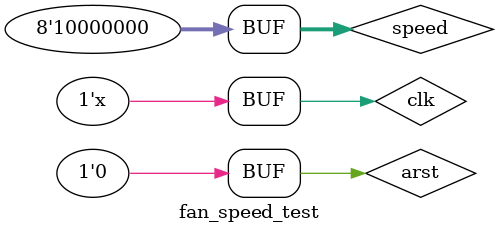
<source format=v>
`timescale 1ns / 1ps


module fan_speed_test;

	// Inputs
	reg arst;
	reg clk;
	reg [7:0] speed;

	// Outputs
	wire pwm_data;

	// Instantiate the Unit Under Test (UUT)
	FanSpeed uut (
		.arst(arst), 
		.clk(clk), 
		.speed(speed), 
		.pwm_data(pwm_data)
	);
	
	always #10 clk = ~clk;

	initial begin
		// Initialize Inputs
		arst = 0;
		clk = 0;
		speed = 8'b10000000;

		// Wait 100 ns for global reset to finish
		#100;
		arst = 1;
		#107;
		arst = 0; 
		
		
		// Add stimulus here

	end
      
endmodule


</source>
